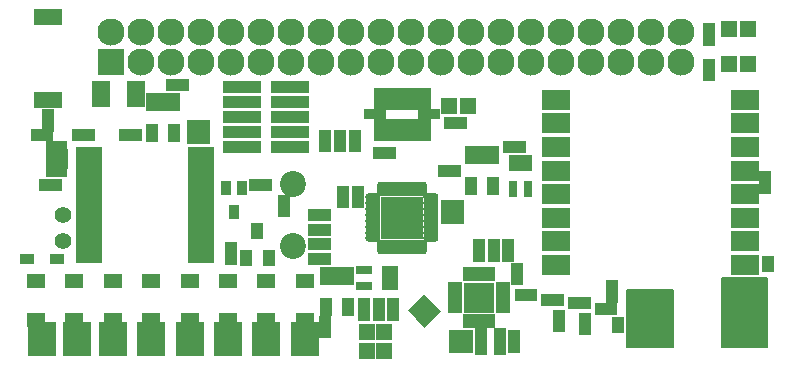
<source format=gts>
G04 #@! TF.FileFunction,Soldermask,Top*
%FSLAX46Y46*%
G04 Gerber Fmt 4.6, Leading zero omitted, Abs format (unit mm)*
G04 Created by KiCad (PCBNEW 4.0.2-stable) date Wednesday, 22 June 2016 'pmt' 15:55:54*
%MOMM*%
G01*
G04 APERTURE LIST*
%ADD10C,0.100000*%
%ADD11R,2.400000X1.700000*%
%ADD12R,1.020000X1.020000*%
%ADD13C,2.200000*%
%ADD14R,1.350000X1.400000*%
%ADD15R,1.620000X1.310000*%
%ADD16R,1.300000X0.900000*%
%ADD17R,1.000000X1.500000*%
%ADD18R,0.800000X1.350000*%
%ADD19R,1.150000X0.700000*%
%ADD20R,0.700000X1.150000*%
%ADD21R,2.602000X2.602000*%
%ADD22R,2.200000X1.100000*%
%ADD23R,2.200000X1.200000*%
%ADD24R,0.950000X1.250000*%
%ADD25O,0.700000X1.300000*%
%ADD26O,1.300000X0.700000*%
%ADD27R,3.600000X3.600000*%
%ADD28R,0.680000X0.900000*%
%ADD29R,1.900000X1.680000*%
%ADD30R,1.000000X1.400000*%
%ADD31R,2.400000X1.400000*%
%ADD32R,2.300000X2.300000*%
%ADD33C,2.300000*%
%ADD34R,1.550000X2.200000*%
%ADD35R,3.190000X1.140000*%
%ADD36R,1.400000X1.350000*%
%ADD37R,0.950000X1.945000*%
%ADD38R,1.945000X0.950000*%
%ADD39R,1.000000X1.150000*%
%ADD40C,1.400000*%
%ADD41R,2.400000X2.900000*%
%ADD42C,3.400000*%
%ADD43R,1.000000X0.750000*%
%ADD44R,1.350000X0.800000*%
%ADD45C,0.152400*%
G04 APERTURE END LIST*
D10*
D11*
X129500000Y-104500000D03*
X113500000Y-104500000D03*
X129500000Y-106500000D03*
X113500000Y-106500000D03*
X129500000Y-108500000D03*
X113500000Y-108500000D03*
X129500000Y-110500000D03*
X113500000Y-110500000D03*
X129500000Y-112500000D03*
X113500000Y-112500000D03*
X129500000Y-114500000D03*
X113500000Y-114500000D03*
X129500000Y-116500000D03*
X113500000Y-116500000D03*
X129500000Y-118500000D03*
X113500000Y-118500000D03*
D12*
X93050000Y-118000000D03*
X93950000Y-118000000D03*
X104300000Y-113500000D03*
X105200000Y-113500000D03*
X94000000Y-123300000D03*
X94000000Y-124200000D03*
X97250000Y-122700000D03*
X97250000Y-121800000D03*
X96750000Y-112300000D03*
X96750000Y-113200000D03*
X104300000Y-114500000D03*
X105200000Y-114500000D03*
X105000000Y-124550000D03*
X105000000Y-125450000D03*
X110000000Y-125450000D03*
X110000000Y-124550000D03*
X109500000Y-117700000D03*
X109500000Y-116800000D03*
D13*
X91250000Y-116900000D03*
X91250000Y-111600000D03*
D12*
X108250000Y-117700000D03*
X108250000Y-116800000D03*
X106000000Y-125450000D03*
X106000000Y-124550000D03*
X107000000Y-117700000D03*
X107000000Y-116800000D03*
X93050000Y-116750000D03*
X93950000Y-116750000D03*
X73050000Y-107500000D03*
X73950000Y-107500000D03*
X90500000Y-113950000D03*
X90500000Y-113050000D03*
X110550000Y-121000000D03*
X111450000Y-121000000D03*
X81050000Y-103250000D03*
X81950000Y-103250000D03*
X113750000Y-122800000D03*
X113750000Y-123700000D03*
X116000000Y-123050000D03*
X116000000Y-123950000D03*
X118250000Y-121200000D03*
X118250000Y-120300000D03*
X77950000Y-107500000D03*
X77050000Y-107500000D03*
X82800000Y-107750000D03*
X83700000Y-107750000D03*
D14*
X129800000Y-98500000D03*
X128200000Y-98500000D03*
X129800000Y-101500000D03*
X128200000Y-101500000D03*
D15*
X69500000Y-119865000D03*
X69500000Y-123135000D03*
X72750000Y-119865000D03*
X72750000Y-123135000D03*
X76000000Y-119865000D03*
X76000000Y-123135000D03*
X79250000Y-119865000D03*
X79250000Y-123135000D03*
X82500000Y-119865000D03*
X82500000Y-123135000D03*
X85750000Y-119865000D03*
X85750000Y-123135000D03*
X89000000Y-119865000D03*
X89000000Y-123135000D03*
X92250000Y-119865000D03*
X92250000Y-123135000D03*
D16*
X71300000Y-118000000D03*
X68700000Y-118000000D03*
D17*
X108200000Y-109200000D03*
X107250000Y-109200000D03*
X106300000Y-109200000D03*
X106300000Y-111800000D03*
X108200000Y-111800000D03*
X95950000Y-119450000D03*
X95000000Y-119450000D03*
X94050000Y-119450000D03*
X94050000Y-122050000D03*
X95950000Y-122050000D03*
D18*
X111150000Y-109900000D03*
X110500000Y-109900000D03*
X109850000Y-109900000D03*
X109850000Y-112100000D03*
X111150000Y-112100000D03*
D19*
X109000000Y-122250000D03*
X109000000Y-121750000D03*
X109000000Y-121250000D03*
X109000000Y-120750000D03*
X109000000Y-120250000D03*
D20*
X108000000Y-119250000D03*
X107500000Y-119250000D03*
X107000000Y-119250000D03*
X106500000Y-119250000D03*
X106000000Y-119250000D03*
D19*
X105000000Y-120250000D03*
X105000000Y-120750000D03*
X105000000Y-121250000D03*
X105000000Y-121750000D03*
X105000000Y-122250000D03*
D20*
X106000000Y-123250000D03*
X106500000Y-123250000D03*
X107000000Y-123250000D03*
X107500000Y-123250000D03*
X108000000Y-123250000D03*
D21*
X107000000Y-121250000D03*
D22*
X74000000Y-109000000D03*
D23*
X74000000Y-110100000D03*
X74000000Y-111200000D03*
X74000000Y-112300000D03*
X74000000Y-113400000D03*
X74000000Y-114500000D03*
X74000000Y-115600000D03*
X74000000Y-116700000D03*
D22*
X74000000Y-117800000D03*
X83500000Y-109000000D03*
X83500000Y-117800000D03*
D23*
X83500000Y-110100000D03*
X83500000Y-111200000D03*
X83500000Y-112300000D03*
X83500000Y-113400000D03*
X83500000Y-114500000D03*
X83500000Y-115600000D03*
X83500000Y-116700000D03*
D17*
X81200000Y-104700000D03*
X80250000Y-104700000D03*
X79300000Y-104700000D03*
X79300000Y-107300000D03*
X81200000Y-107300000D03*
D12*
X70450000Y-107500000D03*
X69550000Y-107500000D03*
X70300000Y-111750000D03*
X71200000Y-111750000D03*
X110250000Y-118800000D03*
X110250000Y-119700000D03*
X112800000Y-121500000D03*
X113700000Y-121500000D03*
X115050000Y-121750000D03*
X115950000Y-121750000D03*
X117300000Y-122250000D03*
X118200000Y-122250000D03*
D24*
X86900000Y-111950000D03*
X85600000Y-111950000D03*
X86250000Y-114050000D03*
D12*
X110450000Y-108500000D03*
X109550000Y-108500000D03*
X94000000Y-108450000D03*
X94000000Y-107550000D03*
X104950000Y-110500000D03*
X104050000Y-110500000D03*
X126500000Y-99450000D03*
X126500000Y-98550000D03*
D10*
G36*
X102431802Y-123789447D02*
X101710553Y-123068198D01*
X102431802Y-122346949D01*
X103153051Y-123068198D01*
X102431802Y-123789447D01*
X102431802Y-123789447D01*
G37*
G36*
X103068198Y-123153051D02*
X102346949Y-122431802D01*
X103068198Y-121710553D01*
X103789447Y-122431802D01*
X103068198Y-123153051D01*
X103068198Y-123153051D01*
G37*
G36*
X102318198Y-120960553D02*
X103039447Y-121681802D01*
X102318198Y-122403051D01*
X101596949Y-121681802D01*
X102318198Y-120960553D01*
X102318198Y-120960553D01*
G37*
G36*
X101681802Y-121596949D02*
X102403051Y-122318198D01*
X101681802Y-123039447D01*
X100960553Y-122318198D01*
X101681802Y-121596949D01*
X101681802Y-121596949D01*
G37*
D12*
X126500000Y-102450000D03*
X126500000Y-101550000D03*
X88950000Y-111750000D03*
X88050000Y-111750000D03*
X86000000Y-117950000D03*
X86000000Y-117050000D03*
D25*
X102250000Y-112050000D03*
X101750000Y-112050000D03*
X101250000Y-112050000D03*
X100750000Y-112050000D03*
X100250000Y-112050000D03*
X99750000Y-112050000D03*
X99250000Y-112050000D03*
X98750000Y-112050000D03*
D26*
X98050000Y-112750000D03*
X98050000Y-113250000D03*
X98050000Y-113750000D03*
X98050000Y-114250000D03*
X98050000Y-114750000D03*
X98050000Y-115250000D03*
X98050000Y-115750000D03*
X98050000Y-116250000D03*
D25*
X98750000Y-116950000D03*
X99250000Y-116950000D03*
X99750000Y-116950000D03*
X100250000Y-116950000D03*
X100750000Y-116950000D03*
X101250000Y-116950000D03*
X101750000Y-116950000D03*
X102250000Y-116950000D03*
D26*
X102950000Y-116250000D03*
X102950000Y-115750000D03*
X102950000Y-115250000D03*
X102950000Y-114750000D03*
X102950000Y-114250000D03*
X102950000Y-113750000D03*
X102950000Y-113250000D03*
X102950000Y-112750000D03*
D27*
X100500000Y-114500000D03*
D28*
X71790000Y-110590000D03*
X71790000Y-108410000D03*
X71250000Y-110590000D03*
X71250000Y-108410000D03*
X70710000Y-110590000D03*
X70710000Y-108410000D03*
D29*
X71250000Y-109500000D03*
D30*
X87300000Y-117900000D03*
X89200000Y-117900000D03*
X88250000Y-115600000D03*
D31*
X70500000Y-104500000D03*
X70500000Y-97500000D03*
D32*
X75870000Y-101270000D03*
D33*
X75870000Y-98730000D03*
X78410000Y-101270000D03*
X78410000Y-98730000D03*
X80950000Y-101270000D03*
X80950000Y-98730000D03*
X83490000Y-101270000D03*
X83490000Y-98730000D03*
X86030000Y-101270000D03*
X86030000Y-98730000D03*
X88570000Y-101270000D03*
X88570000Y-98730000D03*
X91110000Y-101270000D03*
X91110000Y-98730000D03*
X93650000Y-101270000D03*
X93650000Y-98730000D03*
X96190000Y-101270000D03*
X96190000Y-98730000D03*
X98730000Y-101270000D03*
X98730000Y-98730000D03*
X101270000Y-101270000D03*
X101270000Y-98730000D03*
X103810000Y-101270000D03*
X103810000Y-98730000D03*
X106350000Y-101270000D03*
X106350000Y-98730000D03*
X108890000Y-101270000D03*
X108890000Y-98730000D03*
X111430000Y-101270000D03*
X111430000Y-98730000D03*
X113970000Y-101270000D03*
X113970000Y-98730000D03*
X116510000Y-101270000D03*
X116510000Y-98730000D03*
X119050000Y-101270000D03*
X119050000Y-98730000D03*
X121590000Y-101270000D03*
X121590000Y-98730000D03*
X124130000Y-101270000D03*
X124130000Y-98730000D03*
D12*
X70500000Y-105800000D03*
X70500000Y-106700000D03*
D34*
X78000000Y-104000000D03*
X75000000Y-104000000D03*
D12*
X82800000Y-106750000D03*
X83700000Y-106750000D03*
D35*
X86965000Y-103460000D03*
X91035000Y-103460000D03*
X86965000Y-104730000D03*
X91035000Y-104730000D03*
X86965000Y-106000000D03*
X91035000Y-106000000D03*
X86965000Y-107270000D03*
X91035000Y-107270000D03*
X86965000Y-108540000D03*
X91035000Y-108540000D03*
D12*
X95500000Y-112300000D03*
X95500000Y-113200000D03*
D36*
X97500000Y-125800000D03*
X97500000Y-124200000D03*
X99000000Y-125800000D03*
X99000000Y-124200000D03*
D12*
X96500000Y-108450000D03*
X96500000Y-107550000D03*
X95250000Y-108450000D03*
X95250000Y-107550000D03*
X98500000Y-121800000D03*
X98500000Y-122700000D03*
X93050000Y-115500000D03*
X93950000Y-115500000D03*
X93950000Y-114250000D03*
X93050000Y-114250000D03*
X99750000Y-121800000D03*
X99750000Y-122700000D03*
X98550000Y-109000000D03*
X99450000Y-109000000D03*
D14*
X104450000Y-105000000D03*
X106050000Y-105000000D03*
D12*
X104550000Y-106500000D03*
X105450000Y-106500000D03*
D37*
X98500000Y-107050000D03*
X99300000Y-107050000D03*
X100100000Y-107050000D03*
X100900000Y-107050000D03*
X101700000Y-107050000D03*
X102500000Y-107050000D03*
X102500000Y-104455000D03*
X101700000Y-104455000D03*
X100900000Y-104455000D03*
X100100000Y-104455000D03*
X99300000Y-104455000D03*
X98500000Y-104455000D03*
D38*
X98202500Y-105750000D03*
X102797500Y-105750000D03*
D12*
X131250000Y-111050000D03*
X131250000Y-111950000D03*
D39*
X108825000Y-125565000D03*
X107175000Y-125565000D03*
X107175000Y-124435000D03*
X108825000Y-124435000D03*
D40*
X71750000Y-116500000D03*
X71750000Y-114250000D03*
D41*
X70000000Y-124750000D03*
X73000000Y-124750000D03*
X76000000Y-124750000D03*
X79250000Y-124750000D03*
X82500000Y-124750000D03*
X85750000Y-124750000D03*
X89000000Y-124750000D03*
X92250000Y-124750000D03*
D42*
X129500000Y-121500000D03*
X121500000Y-122250000D03*
D43*
X131500000Y-118750000D03*
X131500000Y-118100000D03*
X118750000Y-123250000D03*
X118750000Y-123900000D03*
D44*
X99500000Y-120250000D03*
X99500000Y-119600000D03*
X99500000Y-118950000D03*
X97300000Y-118950000D03*
X97300000Y-120250000D03*
D45*
G36*
X131423800Y-125423800D02*
X127576200Y-125423800D01*
X127576200Y-119576200D01*
X131423800Y-119576200D01*
X131423800Y-125423800D01*
X131423800Y-125423800D01*
G37*
X131423800Y-125423800D02*
X127576200Y-125423800D01*
X127576200Y-119576200D01*
X131423800Y-119576200D01*
X131423800Y-125423800D01*
G36*
X123423800Y-125423800D02*
X119576200Y-125423800D01*
X119576200Y-120576200D01*
X123423800Y-120576200D01*
X123423800Y-125423800D01*
X123423800Y-125423800D01*
G37*
X123423800Y-125423800D02*
X119576200Y-125423800D01*
X119576200Y-120576200D01*
X123423800Y-120576200D01*
X123423800Y-125423800D01*
M02*

</source>
